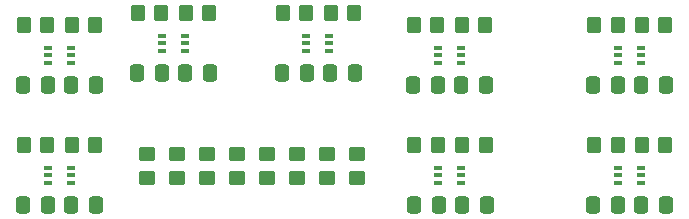
<source format=gbr>
%TF.GenerationSoftware,KiCad,Pcbnew,9.0.6-9.0.6~ubuntu24.04.1*%
%TF.CreationDate,2026-01-17T20:35:02-03:00*%
%TF.ProjectId,cotti_level_shifter,636f7474-695f-46c6-9576-656c5f736869,0.0*%
%TF.SameCoordinates,Original*%
%TF.FileFunction,Paste,Bot*%
%TF.FilePolarity,Positive*%
%FSLAX46Y46*%
G04 Gerber Fmt 4.6, Leading zero omitted, Abs format (unit mm)*
G04 Created by KiCad (PCBNEW 9.0.6-9.0.6~ubuntu24.04.1) date 2026-01-17 20:35:02*
%MOMM*%
%LPD*%
G01*
G04 APERTURE LIST*
G04 Aperture macros list*
%AMRoundRect*
0 Rectangle with rounded corners*
0 $1 Rounding radius*
0 $2 $3 $4 $5 $6 $7 $8 $9 X,Y pos of 4 corners*
0 Add a 4 corners polygon primitive as box body*
4,1,4,$2,$3,$4,$5,$6,$7,$8,$9,$2,$3,0*
0 Add four circle primitives for the rounded corners*
1,1,$1+$1,$2,$3*
1,1,$1+$1,$4,$5*
1,1,$1+$1,$6,$7*
1,1,$1+$1,$8,$9*
0 Add four rect primitives between the rounded corners*
20,1,$1+$1,$2,$3,$4,$5,0*
20,1,$1+$1,$4,$5,$6,$7,0*
20,1,$1+$1,$6,$7,$8,$9,0*
20,1,$1+$1,$8,$9,$2,$3,0*%
G04 Aperture macros list end*
%ADD10RoundRect,0.100000X-0.225000X-0.100000X0.225000X-0.100000X0.225000X0.100000X-0.225000X0.100000X0*%
%ADD11RoundRect,0.250000X-0.350000X-0.450000X0.350000X-0.450000X0.350000X0.450000X-0.350000X0.450000X0*%
%ADD12RoundRect,0.250000X-0.337500X-0.475000X0.337500X-0.475000X0.337500X0.475000X-0.337500X0.475000X0*%
%ADD13RoundRect,0.250000X0.450000X-0.350000X0.450000X0.350000X-0.450000X0.350000X-0.450000X-0.350000X0*%
%ADD14RoundRect,0.250000X0.337500X0.475000X-0.337500X0.475000X-0.337500X-0.475000X0.337500X-0.475000X0*%
G04 APERTURE END LIST*
D10*
%TO.C,U1*%
X115758000Y-158130000D03*
X115758000Y-157480000D03*
X115758000Y-156830000D03*
X113858000Y-156830000D03*
X113858000Y-157480000D03*
X113858000Y-158130000D03*
%TD*%
%TO.C,U8*%
X162118000Y-168290000D03*
X162118000Y-167640000D03*
X162118000Y-166990000D03*
X164018000Y-166990000D03*
X164018000Y-167640000D03*
X164018000Y-168290000D03*
%TD*%
%TO.C,U7*%
X162118000Y-158130000D03*
X162118000Y-157480000D03*
X162118000Y-156830000D03*
X164018000Y-156830000D03*
X164018000Y-157480000D03*
X164018000Y-158130000D03*
%TD*%
%TO.C,U6*%
X146878000Y-158130000D03*
X146878000Y-157480000D03*
X146878000Y-156830000D03*
X148778000Y-156830000D03*
X148778000Y-157480000D03*
X148778000Y-158130000D03*
%TD*%
%TO.C,U5*%
X146878000Y-168290000D03*
X146878000Y-167640000D03*
X146878000Y-166990000D03*
X148778000Y-166990000D03*
X148778000Y-167640000D03*
X148778000Y-168290000D03*
%TD*%
%TO.C,U4*%
X135702000Y-157114000D03*
X135702000Y-156464000D03*
X135702000Y-155814000D03*
X137602000Y-155814000D03*
X137602000Y-156464000D03*
X137602000Y-157114000D03*
%TD*%
%TO.C,U3*%
X123510000Y-157114000D03*
X123510000Y-156464000D03*
X123510000Y-155814000D03*
X125410000Y-155814000D03*
X125410000Y-156464000D03*
X125410000Y-157114000D03*
%TD*%
%TO.C,U2*%
X113858000Y-168290000D03*
X113858000Y-167640000D03*
X113858000Y-166990000D03*
X115758000Y-166990000D03*
X115758000Y-167640000D03*
X115758000Y-168290000D03*
%TD*%
D11*
%TO.C,R2*%
X111776000Y-154940000D03*
X113776000Y-154940000D03*
%TD*%
%TO.C,R17*%
X133692000Y-153941000D03*
X135692000Y-153941000D03*
%TD*%
%TO.C,R27*%
X144796000Y-154940000D03*
X146796000Y-154940000D03*
%TD*%
D12*
%TO.C,C3*%
X115802500Y-170180000D03*
X117877500Y-170180000D03*
%TD*%
D11*
%TO.C,R12*%
X121428000Y-153924000D03*
X123428000Y-153924000D03*
%TD*%
D13*
%TO.C,R13*%
X127254000Y-167878000D03*
X127254000Y-165878000D03*
%TD*%
D11*
%TO.C,R32*%
X160052000Y-154940000D03*
X162052000Y-154940000D03*
%TD*%
%TO.C,R19*%
X137756000Y-153941000D03*
X139756000Y-153941000D03*
%TD*%
%TO.C,R7*%
X111776000Y-165100000D03*
X113776000Y-165100000D03*
%TD*%
D12*
%TO.C,C11*%
X148801000Y-160020000D03*
X150876000Y-160020000D03*
%TD*%
%TO.C,C9*%
X148878500Y-170180000D03*
X150953500Y-170180000D03*
%TD*%
D11*
%TO.C,R39*%
X164100000Y-165100000D03*
X166100000Y-165100000D03*
%TD*%
%TO.C,R22*%
X144852000Y-165100000D03*
X146852000Y-165100000D03*
%TD*%
D14*
%TO.C,C8*%
X135729500Y-159021000D03*
X133654500Y-159021000D03*
%TD*%
D11*
%TO.C,R9*%
X115840000Y-165100000D03*
X117840000Y-165100000D03*
%TD*%
D13*
%TO.C,R38*%
X139954000Y-167878000D03*
X139954000Y-165878000D03*
%TD*%
%TO.C,R33*%
X137414000Y-167878000D03*
X137414000Y-165878000D03*
%TD*%
%TO.C,R23*%
X132334000Y-167878000D03*
X132334000Y-165878000D03*
%TD*%
D11*
%TO.C,R4*%
X115840000Y-154940000D03*
X117840000Y-154940000D03*
%TD*%
D14*
%TO.C,C10*%
X146889500Y-170180000D03*
X144814500Y-170180000D03*
%TD*%
D12*
%TO.C,C7*%
X137718500Y-159021000D03*
X139793500Y-159021000D03*
%TD*%
D11*
%TO.C,R24*%
X148916000Y-165100000D03*
X150916000Y-165100000D03*
%TD*%
D14*
%TO.C,C16*%
X162073500Y-170180000D03*
X159998500Y-170180000D03*
%TD*%
D11*
%TO.C,R14*%
X125492000Y-153924000D03*
X127492000Y-153924000D03*
%TD*%
D13*
%TO.C,R3*%
X122174000Y-167878000D03*
X122174000Y-165878000D03*
%TD*%
D14*
%TO.C,C4*%
X113813500Y-170180000D03*
X111738500Y-170180000D03*
%TD*%
%TO.C,C14*%
X162073500Y-160020000D03*
X159998500Y-160020000D03*
%TD*%
D13*
%TO.C,R18*%
X129794000Y-167878000D03*
X129794000Y-165878000D03*
%TD*%
D14*
%TO.C,C2*%
X113813500Y-160020000D03*
X111738500Y-160020000D03*
%TD*%
D11*
%TO.C,R29*%
X148860000Y-154940000D03*
X150860000Y-154940000D03*
%TD*%
%TO.C,R34*%
X164100000Y-154940000D03*
X166100000Y-154940000D03*
%TD*%
%TO.C,R37*%
X160052000Y-165100000D03*
X162052000Y-165100000D03*
%TD*%
D13*
%TO.C,R8*%
X124714000Y-167878000D03*
X124714000Y-165878000D03*
%TD*%
D14*
%TO.C,C6*%
X123465500Y-159004000D03*
X121390500Y-159004000D03*
%TD*%
D12*
%TO.C,C5*%
X125454500Y-159004000D03*
X127529500Y-159004000D03*
%TD*%
D13*
%TO.C,R28*%
X134874000Y-167878000D03*
X134874000Y-165878000D03*
%TD*%
D12*
%TO.C,C1*%
X115802500Y-160020000D03*
X117877500Y-160020000D03*
%TD*%
D14*
%TO.C,C12*%
X146833500Y-160020000D03*
X144758500Y-160020000D03*
%TD*%
D12*
%TO.C,C15*%
X164062500Y-170180000D03*
X166137500Y-170180000D03*
%TD*%
%TO.C,C13*%
X164062500Y-160020000D03*
X166137500Y-160020000D03*
%TD*%
M02*

</source>
